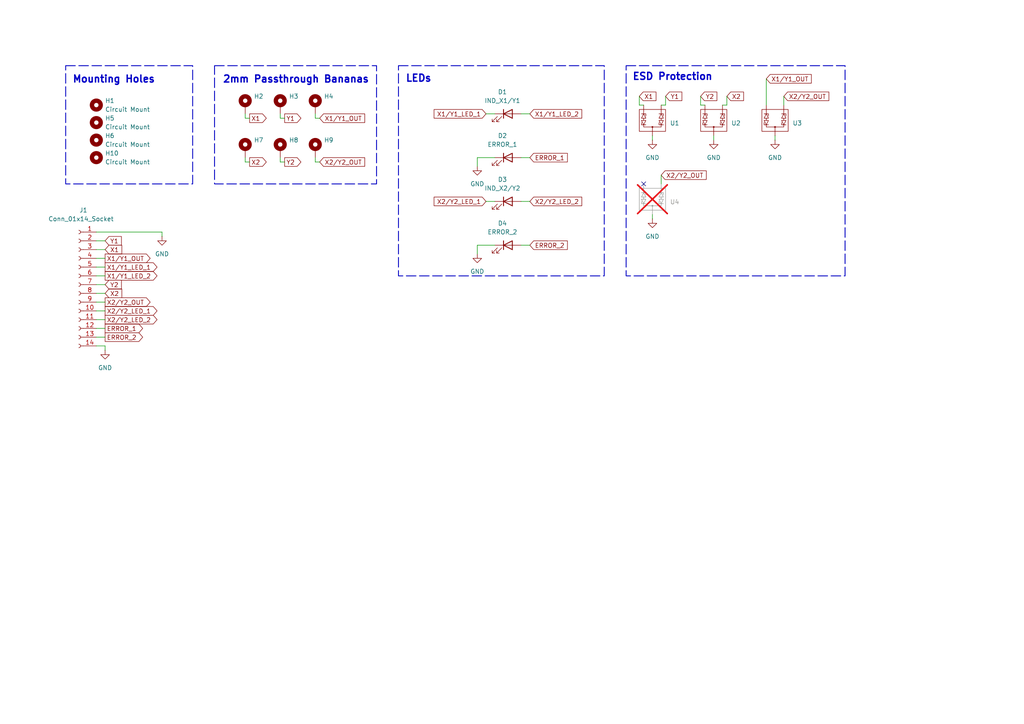
<source format=kicad_sch>
(kicad_sch (version 20231120) (generator "eeschema") (generator_version "8.0")
  (paper "A4")
  (lib_symbols
    (symbol "Analog_computing:VCAN16A2-03S-E3-08" (pin_numbers hide) (pin_names (offset 0) hide)
      (property "Reference" "U" (at -1.27 0 0))
      (symbol "VCAN16A2-03S-E3-08_0_1"
        (polyline (pts (xy 0 -2.54) (xy 0.635 -2.54)))
        (polyline (pts (xy 0 2.54) (xy 0.635 2.54)))
        (polyline (pts (xy -1.27 -3.175) (xy -1.27 -1.905) (xy -0.635 -1.905)))
        (polyline (pts (xy -1.27 1.905) (xy -1.27 3.175) (xy -0.635 3.175)))
        (polyline (pts (xy 1.905 -1.905) (xy 1.905 -3.175) (xy 1.27 -3.175)))
        (polyline (pts (xy 1.905 3.175) (xy 1.905 1.905) (xy 1.27 1.905)))
        (polyline (pts (xy -1.27 -2.54) (xy 0 -1.905) (xy 0 -3.175) (xy -1.27 -2.54)))
        (polyline (pts (xy -1.27 2.54) (xy 0 3.175) (xy 0 1.905) (xy -1.27 2.54)))
        (polyline (pts (xy 0.635 -3.175) (xy 0.635 -1.905) (xy 1.905 -2.54) (xy 0.635 -3.175)))
        (polyline (pts (xy 0.635 3.175) (xy 0.635 1.905) (xy 1.905 2.54) (xy 0.635 3.175)))
        (polyline (pts (xy 1.905 2.54) (xy 2.54 2.54) (xy 2.54 -2.54) (xy 1.905 -2.54)))
      )
      (symbol "VCAN16A2-03S-E3-08_1_1"
        (rectangle (start -2.54 3.81) (end 3.81 -3.81))
        (circle (center 2.54 0) (radius 0.254) (stroke (width -0.0001)) (fill (type outline)))
        (pin input line (at -3.81 2.54 0) (length 2.54) (name "IN1") (number "1"))
        (pin input line (at -3.81 -2.54 0) (length 2.54) (name "IN2") (number "2"))
        (pin input line (at 5.08 0 180) (length 2.54) (name "OUT") (number "3"))
      )
    )
    (symbol "Connector:Conn_01x14_Socket" (pin_names (offset 1.016) hide)
      (property "Reference" "J" (at 0 17.78 0))
      (property "Value" "Conn_01x14_Socket" (at 0 -20.32 0))
      (symbol "Conn_01x14_Socket_1_1"
        (arc (start 0 -17.272) (mid -0.5058 -17.78) (end 0 -18.288) (stroke (width 0.1524)))
        (arc (start 0 -14.732) (mid -0.5058 -15.24) (end 0 -15.748) (stroke (width 0.1524)))
        (arc (start 0 -12.192) (mid -0.5058 -12.7) (end 0 -13.208) (stroke (width 0.1524)))
        (arc (start 0 -9.652) (mid -0.5058 -10.16) (end 0 -10.668) (stroke (width 0.1524)))
        (arc (start 0 -7.112) (mid -0.5058 -7.62) (end 0 -8.128) (stroke (width 0.1524)))
        (arc (start 0 -4.572) (mid -0.5058 -5.08) (end 0 -5.588) (stroke (width 0.1524)))
        (arc (start 0 -2.032) (mid -0.5058 -2.54) (end 0 -3.048) (stroke (width 0.1524)))
        (polyline (pts (xy -1.27 -17.78) (xy -0.508 -17.78)) (stroke (width 0.1524)))
        (polyline (pts (xy -1.27 -15.24) (xy -0.508 -15.24)) (stroke (width 0.1524)))
        (polyline (pts (xy -1.27 -12.7) (xy -0.508 -12.7)) (stroke (width 0.1524)))
        (polyline (pts (xy -1.27 -10.16) (xy -0.508 -10.16)) (stroke (width 0.1524)))
        (polyline (pts (xy -1.27 -7.62) (xy -0.508 -7.62)) (stroke (width 0.1524)))
        (polyline (pts (xy -1.27 -5.08) (xy -0.508 -5.08)) (stroke (width 0.1524)))
        (polyline (pts (xy -1.27 -2.54) (xy -0.508 -2.54)) (stroke (width 0.1524)))
        (polyline (pts (xy -1.27 0) (xy -0.508 0)) (stroke (width 0.1524)))
        (polyline (pts (xy -1.27 2.54) (xy -0.508 2.54)) (stroke (width 0.1524)))
        (polyline (pts (xy -1.27 5.08) (xy -0.508 5.08)) (stroke (width 0.1524)))
        (polyline (pts (xy -1.27 7.62) (xy -0.508 7.62)) (stroke (width 0.1524)))
        (polyline (pts (xy -1.27 10.16) (xy -0.508 10.16)) (stroke (width 0.1524)))
        (polyline (pts (xy -1.27 12.7) (xy -0.508 12.7)) (stroke (width 0.1524)))
        (polyline (pts (xy -1.27 15.24) (xy -0.508 15.24)) (stroke (width 0.1524)))
        (arc (start 0 0.508) (mid -0.5058 0) (end 0 -0.508) (stroke (width 0.1524)))
        (arc (start 0 3.048) (mid -0.5058 2.54) (end 0 2.032) (stroke (width 0.1524)))
        (arc (start 0 5.588) (mid -0.5058 5.08) (end 0 4.572) (stroke (width 0.1524)))
        (arc (start 0 8.128) (mid -0.5058 7.62) (end 0 7.112) (stroke (width 0.1524)))
        (arc (start 0 10.668) (mid -0.5058 10.16) (end 0 9.652) (stroke (width 0.1524)))
        (arc (start 0 13.208) (mid -0.5058 12.7) (end 0 12.192) (stroke (width 0.1524)))
        (arc (start 0 15.748) (mid -0.5058 15.24) (end 0 14.732) (stroke (width 0.1524)))
        (pin passive line (at -5.08 15.24 0) (length 3.81) (name "Pin_1") (number "1"))
        (pin passive line (at -5.08 -7.62 0) (length 3.81) (name "Pin_10") (number "10"))
        (pin passive line (at -5.08 -10.16 0) (length 3.81) (name "Pin_11") (number "11"))
        (pin passive line (at -5.08 -12.7 0) (length 3.81) (name "Pin_12") (number "12"))
        (pin passive line (at -5.08 -15.24 0) (length 3.81) (name "Pin_13") (number "13"))
        (pin passive line (at -5.08 -17.78 0) (length 3.81) (name "Pin_14") (number "14"))
        (pin passive line (at -5.08 12.7 0) (length 3.81) (name "Pin_2") (number "2"))
        (pin passive line (at -5.08 10.16 0) (length 3.81) (name "Pin_3") (number "3"))
        (pin passive line (at -5.08 7.62 0) (length 3.81) (name "Pin_4") (number "4"))
        (pin passive line (at -5.08 5.08 0) (length 3.81) (name "Pin_5") (number "5"))
        (pin passive line (at -5.08 2.54 0) (length 3.81) (name "Pin_6") (number "6"))
        (pin passive line (at -5.08 0 0) (length 3.81) (name "Pin_7") (number "7"))
        (pin passive line (at -5.08 -2.54 0) (length 3.81) (name "Pin_8") (number "8"))
        (pin passive line (at -5.08 -5.08 0) (length 3.81) (name "Pin_9") (number "9"))
      )
    )
    (symbol "Device:LED" (pin_numbers hide) (pin_names (offset 1.016) hide)
      (property "Reference" "D" (at 0 2.54 0))
      (property "Value" "LED" (at 0 -2.54 0))
      (symbol "LED_0_1"
        (polyline (pts (xy -1.27 -1.27) (xy -1.27 1.27)) (stroke (width 0.254)))
        (polyline (pts (xy -1.27 0) (xy 1.27 0)))
        (polyline (pts (xy 1.27 -1.27) (xy 1.27 1.27) (xy -1.27 0) (xy 1.27 -1.27)) (stroke (width 0.254)))
        (polyline (pts (xy -3.048 -0.762) (xy -4.572 -2.286) (xy -3.81 -2.286) (xy -4.572 -2.286) (xy -4.572 -1.524)))
        (polyline (pts (xy -1.778 -0.762) (xy -3.302 -2.286) (xy -2.54 -2.286) (xy -3.302 -2.286) (xy -3.302 -1.524)))
      )
      (symbol "LED_1_1"
        (pin passive line (at -3.81 0 0) (length 2.54) (name "K") (number "1"))
        (pin passive line (at 3.81 0 180) (length 2.54) (name "A") (number "2"))
      )
    )
    (symbol "Mechanical:MountingHole" (pin_names (offset 1.016)) (exclude_from_sim yes) (in_bom no)
      (property "Reference" "H" (at 0 5.08 0))
      (property "Value" "MountingHole" (at 0 3.175 0))
      (symbol "MountingHole_0_1"
        (circle (center 0 0) (radius 1.27) (stroke (width 1.27)))
      )
    )
    (symbol "Mechanical:MountingHole_Pad" (pin_numbers hide) (pin_names (offset 1.016) hide) (exclude_from_sim yes) (in_bom no)
      (property "Reference" "H" (at 0 6.35 0))
      (property "Value" "MountingHole_Pad" (at 0 4.445 0))
      (symbol "MountingHole_Pad_0_1"
        (circle (center 0 1.27) (radius 1.27) (stroke (width 1.27)))
      )
      (symbol "MountingHole_Pad_1_1"
        (pin input line (at 0 -2.54 90) (length 2.54) (name "1") (number "1"))
      )
    )
    (symbol "VCAN16A2-03S-E3-08_1" (pin_numbers hide) (pin_names (offset 0) hide)
      (property "Reference" "U" (at -1.27 0 0))
      (symbol "VCAN16A2-03S-E3-08_1_0_1"
        (polyline (pts (xy 0 -2.54) (xy 0.635 -2.54)))
        (polyline (pts (xy 0 2.54) (xy 0.635 2.54)))
        (polyline (pts (xy -1.27 -3.175) (xy -1.27 -1.905) (xy -0.635 -1.905)))
        (polyline (pts (xy -1.27 1.905) (xy -1.27 3.175) (xy -0.635 3.175)))
        (polyline (pts (xy 1.905 -1.905) (xy 1.905 -3.175) (xy 1.27 -3.175)))
        (polyline (pts (xy 1.905 3.175) (xy 1.905 1.905) (xy 1.27 1.905)))
        (polyline (pts (xy -1.27 -2.54) (xy 0 -1.905) (xy 0 -3.175) (xy -1.27 -2.54)))
        (polyline (pts (xy -1.27 2.54) (xy 0 3.175) (xy 0 1.905) (xy -1.27 2.54)))
        (polyline (pts (xy 0.635 -3.175) (xy 0.635 -1.905) (xy 1.905 -2.54) (xy 0.635 -3.175)))
        (polyline (pts (xy 0.635 3.175) (xy 0.635 1.905) (xy 1.905 2.54) (xy 0.635 3.175)))
        (polyline (pts (xy 1.905 2.54) (xy 2.54 2.54) (xy 2.54 -2.54) (xy 1.905 -2.54)))
      )
      (symbol "VCAN16A2-03S-E3-08_1_1_1"
        (rectangle (start -2.54 3.81) (end 3.81 -3.81))
        (circle (center 2.54 0) (radius 0.254) (stroke (width -0.0001)) (fill (type outline)))
        (pin input line (at -3.81 2.54 0) (length 2.54) (name "IN1") (number "1"))
        (pin input line (at -3.81 -2.54 0) (length 2.54) (name "IN2") (number "2"))
        (pin input line (at 5.08 0 180) (length 2.54) (name "OUT") (number "3"))
      )
    )
    (symbol "power:GND" (power) (pin_numbers hide) (pin_names (offset 0) hide)
      (property "Value" "GND" (at 0 -3.81 0))
      (symbol "GND_0_1"
        (polyline (pts (xy 0 0) (xy 0 -1.27) (xy 1.27 -1.27) (xy 0 -2.54) (xy -1.27 -1.27) (xy 0 -1.27)))
      )
      (symbol "GND_1_1"
        (pin power_in line (at 0 0 270) (length 0) (name "~") (number "1"))
      )
    )
  )
  (no_connect (at 186.69 53.34))
  (wire (pts (xy 91.44 45.72) (xy 91.44 46.99)))
  (wire (pts (xy 27.94 74.93) (xy 30.48 74.93)))
  (wire (pts (xy 71.12 33.02) (xy 71.12 34.29)))
  (wire (pts (xy 151.13 71.12) (xy 153.67 71.12)))
  (wire (pts (xy 27.94 82.55) (xy 30.48 82.55)))
  (wire (pts (xy 138.43 71.12) (xy 143.51 71.12)))
  (wire (pts (xy 91.44 33.02) (xy 91.44 34.29)))
  (wire (pts (xy 189.23 63.5) (xy 189.23 62.23)))
  (wire (pts (xy 151.13 33.02) (xy 153.67 33.02)))
  (wire (pts (xy 46.99 67.31) (xy 46.99 68.58)))
  (wire (pts (xy 27.94 72.39) (xy 30.48 72.39)))
  (wire (pts (xy 27.94 92.71) (xy 30.48 92.71)))
  (wire (pts (xy 193.04 27.94) (xy 193.04 30.48)))
  (wire (pts (xy 27.94 80.01) (xy 30.48 80.01)))
  (wire (pts (xy 81.28 33.02) (xy 81.28 34.29)))
  (wire (pts (xy 227.33 27.94) (xy 227.33 30.48)))
  (wire (pts (xy 138.43 45.72) (xy 138.43 48.26)))
  (wire (pts (xy 91.44 34.29) (xy 92.71 34.29)))
  (wire (pts (xy 138.43 45.72) (xy 143.51 45.72)))
  (wire (pts (xy 185.42 27.94) (xy 185.42 30.48)))
  (wire (pts (xy 204.47 30.48) (xy 203.2 30.48)))
  (wire (pts (xy 27.94 67.31) (xy 46.99 67.31)))
  (wire (pts (xy 140.97 58.42) (xy 143.51 58.42)))
  (wire (pts (xy 191.77 50.8) (xy 191.77 53.34)))
  (wire (pts (xy 224.79 39.37) (xy 224.79 40.64)))
  (wire (pts (xy 189.23 40.64) (xy 189.23 39.37)))
  (wire (pts (xy 81.28 45.72) (xy 81.28 46.99)))
  (wire (pts (xy 71.12 46.99) (xy 72.39 46.99)))
  (wire (pts (xy 27.94 87.63) (xy 30.48 87.63)))
  (wire (pts (xy 27.94 97.79) (xy 30.48 97.79)))
  (wire (pts (xy 207.01 39.37) (xy 207.01 40.64)))
  (wire (pts (xy 185.42 30.48) (xy 186.69 30.48)))
  (wire (pts (xy 30.48 100.33) (xy 30.48 101.6)))
  (wire (pts (xy 151.13 58.42) (xy 153.67 58.42)))
  (wire (pts (xy 222.25 22.86) (xy 222.25 30.48)))
  (wire (pts (xy 140.97 33.02) (xy 143.51 33.02)))
  (wire (pts (xy 210.82 27.94) (xy 210.82 30.48)))
  (wire (pts (xy 151.13 45.72) (xy 153.67 45.72)))
  (wire (pts (xy 203.2 27.94) (xy 203.2 30.48)))
  (wire (pts (xy 27.94 100.33) (xy 30.48 100.33)))
  (wire (pts (xy 27.94 77.47) (xy 30.48 77.47)))
  (wire (pts (xy 71.12 34.29) (xy 72.39 34.29)))
  (wire (pts (xy 81.28 34.29) (xy 82.55 34.29)))
  (wire (pts (xy 81.28 46.99) (xy 82.55 46.99)))
  (wire (pts (xy 27.94 90.17) (xy 30.48 90.17)))
  (wire (pts (xy 91.44 46.99) (xy 92.71 46.99)))
  (wire (pts (xy 27.94 85.09) (xy 30.48 85.09)))
  (wire (pts (xy 138.43 73.66) (xy 138.43 71.12)))
  (wire (pts (xy 27.94 95.25) (xy 30.48 95.25)))
  (wire (pts (xy 209.55 30.48) (xy 210.82 30.48)))
  (wire (pts (xy 27.94 69.85) (xy 30.48 69.85)))
  (wire (pts (xy 193.04 30.48) (xy 191.77 30.48)))
  (wire (pts (xy 71.12 45.72) (xy 71.12 46.99)))
  (rectangle (start 115.57 19.05) (end 175.26 80.01) (stroke (width 0.254) (type dash)))
  (rectangle (start 62.23 19.05) (end 109.22 53.34) (stroke (width 0.254) (type dash)))
  (rectangle (start 19.05 19.05) (end 55.88 53.34) (stroke (width 0.254) (type dash)))
  (rectangle (start 181.61 19.05) (end 245.11 80.01) (stroke (width 0.254) (type dash)))
  (text "ESD Protection" (at 195.072 22.352 0) (effects (font (size 2.032 2.032) (bold yes))))
  (text "Mounting Holes" (at 33.02 23.114 0) (effects (font (size 2.032 2.032) (thickness 0.4064) (bold yes))))
  (text "2mm Passthrough Bananas" (at 85.852 23.114 0) (effects (font (size 2.032 2.032) (thickness 0.4064) (bold yes))))
  (text "LEDs" (at 121.412 22.86 0) (effects (font (size 2.032 2.032) (thickness 0.4064) (bold yes))))
  (global_label "X1" (shape input) (at 30.48 72.39 0) (property "Intersheetrefs" "${INTERSHEET_REFS}" (effects (hide yes))))
  (global_label "X1{slash}Y1_OUT" (shape output) (at 30.48 74.93 0) (property "Intersheetrefs" "${INTERSHEET_REFS}" (effects (hide yes))))
  (global_label "X2" (shape input) (at 210.82 27.94 0) (property "Intersheetrefs" "${INTERSHEET_REFS}" (effects (hide yes))))
  (global_label "X1{slash}Y1_LED_2" (shape output) (at 30.48 80.01 0) (property "Intersheetrefs" "${INTERSHEET_REFS}" (effects (hide yes))))
  (global_label "X2{slash}Y2_LED_2" (shape input) (at 153.67 58.42 0) (property "Intersheetrefs" "${INTERSHEET_REFS}" (effects (hide yes))))
  (global_label "Y1" (shape input) (at 30.48 69.85 0) (property "Intersheetrefs" "${INTERSHEET_REFS}" (effects (hide yes))))
  (global_label "ERROR_1" (shape output) (at 30.48 95.25 0) (property "Intersheetrefs" "${INTERSHEET_REFS}" (effects (hide yes))))
  (global_label "X1" (shape output) (at 72.39 34.29 0) (property "Intersheetrefs" "${INTERSHEET_REFS}" (effects (hide yes))))
  (global_label "ERROR_2" (shape input) (at 153.67 71.12 0) (property "Intersheetrefs" "${INTERSHEET_REFS}" (effects (hide yes))))
  (global_label "X1{slash}Y1_LED_1" (shape input) (at 140.97 33.02 180) (property "Intersheetrefs" "${INTERSHEET_REFS}" (effects (hide yes))))
  (global_label "Y2" (shape output) (at 82.55 46.99 0) (property "Intersheetrefs" "${INTERSHEET_REFS}" (effects (hide yes))))
  (global_label "X2" (shape output) (at 72.39 46.99 0) (property "Intersheetrefs" "${INTERSHEET_REFS}" (effects (hide yes))))
  (global_label "X2{slash}Y2_OUT" (shape input) (at 92.71 46.99 0) (property "Intersheetrefs" "${INTERSHEET_REFS}" (effects (hide yes))))
  (global_label "X1{slash}Y1_OUT" (shape input) (at 92.71 34.29 0) (property "Intersheetrefs" "${INTERSHEET_REFS}" (effects (hide yes))))
  (global_label "ERROR_2" (shape output) (at 30.48 97.79 0) (property "Intersheetrefs" "${INTERSHEET_REFS}" (effects (hide yes))))
  (global_label "X2" (shape input) (at 30.48 85.09 0) (property "Intersheetrefs" "${INTERSHEET_REFS}" (effects (hide yes))))
  (global_label "Y1" (shape input) (at 193.04 27.94 0) (property "Intersheetrefs" "${INTERSHEET_REFS}" (effects (hide yes))))
  (global_label "X2{slash}Y2_LED_1" (shape output) (at 30.48 90.17 0) (property "Intersheetrefs" "${INTERSHEET_REFS}" (effects (hide yes))))
  (global_label "X1{slash}Y1_OUT" (shape input) (at 222.25 22.86 0) (property "Intersheetrefs" "${INTERSHEET_REFS}" (effects (hide yes))))
  (global_label "X1{slash}Y1_LED_1" (shape output) (at 30.48 77.47 0) (property "Intersheetrefs" "${INTERSHEET_REFS}" (effects (hide yes))))
  (global_label "X2{slash}Y2_OUT" (shape input) (at 227.33 27.94 0) (property "Intersheetrefs" "${INTERSHEET_REFS}" (effects (hide yes))))
  (global_label "Y2" (shape input) (at 30.48 82.55 0) (property "Intersheetrefs" "${INTERSHEET_REFS}" (effects (hide yes))))
  (global_label "X2{slash}Y2_OUT" (shape input) (at 191.77 50.8 0) (property "Intersheetrefs" "${INTERSHEET_REFS}" (effects (hide yes))))
  (global_label "Y2" (shape input) (at 203.2 27.94 0) (property "Intersheetrefs" "${INTERSHEET_REFS}" (effects (hide yes))))
  (global_label "X2{slash}Y2_LED_1" (shape input) (at 140.97 58.42 180) (property "Intersheetrefs" "${INTERSHEET_REFS}" (effects (hide yes))))
  (global_label "X1{slash}Y1_LED_2" (shape input) (at 153.67 33.02 0) (property "Intersheetrefs" "${INTERSHEET_REFS}" (effects (hide yes))))
  (global_label "X1" (shape input) (at 185.42 27.94 0) (property "Intersheetrefs" "${INTERSHEET_REFS}" (effects (hide yes))))
  (global_label "X2{slash}Y2_LED_2" (shape output) (at 30.48 92.71 0) (property "Intersheetrefs" "${INTERSHEET_REFS}" (effects (hide yes))))
  (global_label "X2{slash}Y2_OUT" (shape output) (at 30.48 87.63 0) (property "Intersheetrefs" "${INTERSHEET_REFS}" (effects (hide yes))))
  (global_label "Y1" (shape output) (at 82.55 34.29 0) (property "Intersheetrefs" "${INTERSHEET_REFS}" (effects (hide yes))))
  (global_label "ERROR_1" (shape input) (at 153.67 45.72 0) (property "Intersheetrefs" "${INTERSHEET_REFS}" (effects (hide yes))))
  (symbol (lib_id "Mechanical:MountingHole_Pad") (at 91.44 30.48 0) (unit 1) (exclude_from_sim yes) (in_bom no)
    (property "Reference" "H4" (at 93.98 27.9399 0) (effects (justify left)))
    (property "Value" "X1/Y1" (effects (hide yes)))
    (property "Footprint" "MountingHole:MountingHole_4.3mm_M4_DIN965_Pad" (effects (hide yes)))
    (property "Description" "Mounting Hole with connection" (effects (hide yes)))
  )
  (symbol (lib_id "Connector:Conn_01x14_Socket") (at 22.86 82.55 0) (mirror y) (unit 1)
    (property "Reference" "J1" (at 25.4 60.96 0) (effects (justify left)))
    (property "Value" "Conn_01x14_Socket" (at 33.02 63.5 0) (effects (justify left)))
    (property "Footprint" "Connector_PinSocket_2.54mm:PinSocket_1x14_P2.54mm_Vertical" (effects (hide yes)))
    (property "Description" "Generic connector, single row, 01x14, script generated" (effects (hide yes)))
  )
  (symbol (lib_id "power:GND") (at 46.99 68.58 0) (unit 1)
    (property "Reference" "#PWR06" (effects (hide yes)))
    (property "Value" "GND" (at 46.99 73.66 0))
    (property "Description" "Power symbol creates a global label with name \"GND\" , ground" (effects (hide yes)))
  )
  (symbol (lib_id "Mechanical:MountingHole") (at 27.94 30.48 0) (unit 1) (exclude_from_sim yes) (in_bom no)
    (property "Reference" "H1" (at 30.48 29.2099 0) (effects (justify left)))
    (property "Value" "Circuit Mount" (at 30.48 31.7499 0) (effects (justify left)))
    (property "Footprint" "MountingHole:MountingHole_3.2mm_M3_DIN965" (effects (hide yes)))
    (property "Description" "Mounting Hole without connection" (effects (hide yes)))
  )
  (symbol (lib_id "Mechanical:MountingHole_Pad") (at 81.28 30.48 0) (unit 1) (exclude_from_sim yes) (in_bom no)
    (property "Reference" "H3" (at 83.82 27.9399 0) (effects (justify left)))
    (property "Value" "Y1" (effects (hide yes)))
    (property "Footprint" "MountingHole:MountingHole_4.3mm_M4_DIN965_Pad" (effects (hide yes)))
    (property "Description" "Mounting Hole with connection" (effects (hide yes)))
  )
  (symbol (lib_id "Mechanical:MountingHole_Pad") (at 71.12 43.18 0) (unit 1) (exclude_from_sim yes) (in_bom no)
    (property "Reference" "H7" (at 73.66 40.6399 0) (effects (justify left)))
    (property "Value" "X2" (effects (hide yes)))
    (property "Footprint" "MountingHole:MountingHole_4.3mm_M4_DIN965_Pad" (effects (hide yes)))
    (property "Description" "Mounting Hole with connection" (effects (hide yes)))
  )
  (symbol (lib_id "Mechanical:MountingHole_Pad") (at 81.28 43.18 0) (unit 1) (exclude_from_sim yes) (in_bom no)
    (property "Reference" "H8" (at 83.82 40.6399 0) (effects (justify left)))
    (property "Value" "Y2" (effects (hide yes)))
    (property "Footprint" "MountingHole:MountingHole_4.3mm_M4_DIN965_Pad" (effects (hide yes)))
    (property "Description" "Mounting Hole with connection" (effects (hide yes)))
  )
  (symbol (lib_id "Mechanical:MountingHole_Pad") (at 91.44 43.18 0) (unit 1) (exclude_from_sim yes) (in_bom no)
    (property "Reference" "H9" (at 93.98 40.6399 0) (effects (justify left)))
    (property "Value" "X2/Y2" (effects (hide yes)))
    (property "Footprint" "MountingHole:MountingHole_4.3mm_M4_DIN965_Pad" (effects (hide yes)))
    (property "Description" "Mounting Hole with connection" (effects (hide yes)))
  )
  (symbol (lib_id "Device:LED") (at 147.32 45.72 0) (unit 1)
    (property "Reference" "D2" (at 145.7325 39.37 0))
    (property "Value" "ERROR_1" (at 145.7325 41.91 0))
    (property "Footprint" "LED_THT:LED_D3.0mm_FlatTop" (effects (hide yes)))
    (property "Description" "Light emitting diode" (effects (hide yes)))
  )
  (symbol (lib_id "Analog_computing:VCAN16A2-03S-E3-08") (at 207.01 34.29 270) (unit 1) (exclude_from_sim yes)
    (property "Reference" "U2" (at 212.09 35.7145 90) (effects (justify left)))
    (property "Value" "VCAN16A2-03S-E3-08" (effects (hide yes)))
    (property "Footprint" "analog_computing:VCAN16A2-03S-E3-08" (effects (hide yes)))
  )
  (symbol (lib_id "power:GND") (at 30.48 101.6 0) (unit 1)
    (property "Reference" "#PWR08" (effects (hide yes)))
    (property "Value" "GND" (at 30.48 106.68 0))
    (property "Description" "Power symbol creates a global label with name \"GND\" , ground" (effects (hide yes)))
  )
  (symbol (lib_id "power:GND") (at 189.23 63.5 0) (unit 1) (exclude_from_sim yes)
    (property "Reference" "#PWR05" (effects (hide yes)))
    (property "Value" "GND" (at 189.23 68.58 0))
    (property "Description" "Power symbol creates a global label with name \"GND\" , ground" (effects (hide yes)))
  )
  (symbol (lib_id "power:GND") (at 207.01 40.64 0) (unit 1) (exclude_from_sim yes)
    (property "Reference" "#PWR02" (effects (hide yes)))
    (property "Value" "GND" (at 207.01 45.72 0))
    (property "Description" "Power symbol creates a global label with name \"GND\" , ground" (effects (hide yes)))
  )
  (symbol (lib_id "Mechanical:MountingHole_Pad") (at 71.12 30.48 0) (unit 1) (exclude_from_sim yes) (in_bom no)
    (property "Reference" "H2" (at 73.66 27.9399 0) (effects (justify left)))
    (property "Value" "X1" (effects (hide yes)))
    (property "Footprint" "MountingHole:MountingHole_4.3mm_M4_DIN965_Pad" (effects (hide yes)))
    (property "Description" "Mounting Hole with connection" (effects (hide yes)))
  )
  (symbol (lib_id "power:GND") (at 189.23 40.64 0) (unit 1) (exclude_from_sim yes)
    (property "Reference" "#PWR01" (effects (hide yes)))
    (property "Value" "GND" (at 189.23 45.72 0))
    (property "Description" "Power symbol creates a global label with name \"GND\" , ground" (effects (hide yes)))
  )
  (symbol (lib_id "power:GND") (at 138.43 48.26 0) (unit 1)
    (property "Reference" "#PWR04" (effects (hide yes)))
    (property "Value" "GND" (at 138.43 53.34 0))
    (property "Description" "Power symbol creates a global label with name \"GND\" , ground" (effects (hide yes)))
  )
  (symbol (lib_name "VCAN16A2-03S-E3-08_1") (lib_id "Analog_computing:VCAN16A2-03S-E3-08") (at 189.23 57.15 270) (unit 1) (exclude_from_sim yes) (in_bom no) (on_board no) (dnp yes)
    (property "Reference" "U4" (at 194.31 58.5745 90) (effects (justify left)))
    (property "Footprint" "analog_computing:VCAN16A2-03S-E3-08" (effects (hide yes)))
  )
  (symbol (lib_id "Mechanical:MountingHole") (at 27.94 35.56 0) (unit 1) (exclude_from_sim yes) (in_bom no)
    (property "Reference" "H5" (at 30.48 34.2899 0) (effects (justify left)))
    (property "Value" "Circuit Mount" (at 30.48 36.8299 0) (effects (justify left)))
    (property "Footprint" "MountingHole:MountingHole_3.2mm_M3_DIN965" (effects (hide yes)))
    (property "Description" "Mounting Hole without connection" (effects (hide yes)))
  )
  (symbol (lib_id "Mechanical:MountingHole") (at 27.94 45.72 0) (unit 1) (exclude_from_sim yes) (in_bom no)
    (property "Reference" "H10" (at 30.48 44.4499 0) (effects (justify left)))
    (property "Value" "Circuit Mount" (at 30.48 46.9899 0) (effects (justify left)))
    (property "Footprint" "MountingHole:MountingHole_3.2mm_M3_DIN965" (effects (hide yes)))
    (property "Description" "Mounting Hole without connection" (effects (hide yes)))
  )
  (symbol (lib_id "Analog_computing:VCAN16A2-03S-E3-08") (at 224.79 34.29 270) (unit 1) (exclude_from_sim yes)
    (property "Reference" "U3" (at 229.87 35.7145 90) (effects (justify left)))
    (property "Value" "VCAN16A2-03S-E3-08" (effects (hide yes)))
    (property "Footprint" "analog_computing:VCAN16A2-03S-E3-08" (effects (hide yes)))
  )
  (symbol (lib_name "VCAN16A2-03S-E3-08_1") (lib_id "Analog_computing:VCAN16A2-03S-E3-08") (at 189.23 34.29 270) (unit 1) (exclude_from_sim yes)
    (property "Reference" "U1" (at 194.31 35.7145 90) (effects (justify left)))
    (property "Value" "VCAN16A2-03S-E3-08" (effects (hide yes)))
    (property "Footprint" "analog_computing:VCAN16A2-03S-E3-08" (effects (hide yes)))
  )
  (symbol (lib_id "Mechanical:MountingHole") (at 27.94 40.64 0) (unit 1) (exclude_from_sim yes) (in_bom no)
    (property "Reference" "H6" (at 30.48 39.3699 0) (effects (justify left)))
    (property "Value" "Circuit Mount" (at 30.48 41.9099 0) (effects (justify left)))
    (property "Footprint" "MountingHole:MountingHole_3.2mm_M3_DIN965" (effects (hide yes)))
    (property "Description" "Mounting Hole without connection" (effects (hide yes)))
  )
  (symbol (lib_id "power:GND") (at 138.43 73.66 0) (unit 1)
    (property "Reference" "#PWR07" (effects (hide yes)))
    (property "Value" "GND" (at 138.43 78.74 0))
    (property "Description" "Power symbol creates a global label with name \"GND\" , ground" (effects (hide yes)))
  )
  (symbol (lib_id "power:GND") (at 224.79 40.64 0) (unit 1) (exclude_from_sim yes)
    (property "Reference" "#PWR03" (effects (hide yes)))
    (property "Value" "GND" (at 224.79 45.72 0))
    (property "Description" "Power symbol creates a global label with name \"GND\" , ground" (effects (hide yes)))
  )
  (symbol (lib_id "Device:LED") (at 147.32 58.42 0) (unit 1)
    (property "Reference" "D3" (at 145.7325 52.07 0))
    (property "Value" "IND_X2/Y2" (at 145.7325 54.61 0))
    (property "Footprint" "LED_THT:LED_D3.0mm_FlatTop" (effects (hide yes)))
    (property "Description" "Light emitting diode" (effects (hide yes)))
  )
  (symbol (lib_id "Device:LED") (at 147.32 33.02 0) (unit 1)
    (property "Reference" "D1" (at 145.7325 26.67 0))
    (property "Value" "IND_X1/Y1" (at 145.7325 29.21 0))
    (property "Footprint" "LED_THT:LED_D3.0mm_FlatTop" (effects (hide yes)))
    (property "Description" "Light emitting diode" (effects (hide yes)))
  )
  (symbol (lib_id "Device:LED") (at 147.32 71.12 0) (unit 1)
    (property "Reference" "D4" (at 145.7325 64.77 0))
    (property "Value" "ERROR_2" (at 145.7325 67.31 0))
    (property "Footprint" "LED_THT:LED_D3.0mm_FlatTop" (effects (hide yes)))
    (property "Description" "Light emitting diode" (effects (hide yes)))
  )
)
</source>
